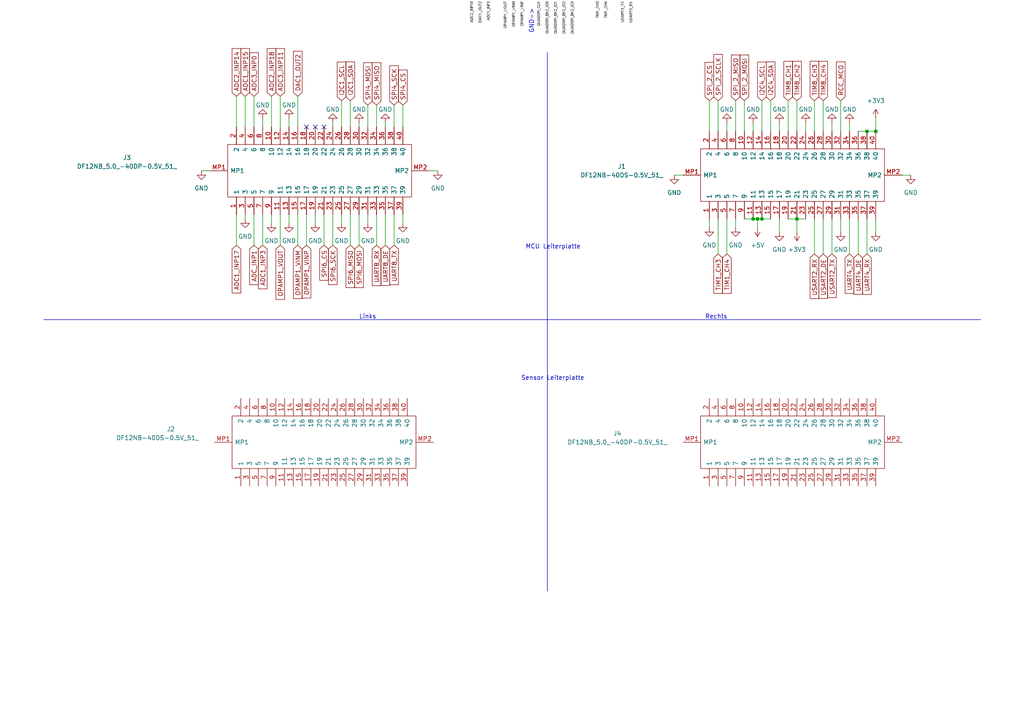
<source format=kicad_sch>
(kicad_sch (version 20230121) (generator eeschema)
  (paper "A4")
  (lib_symbols
    (symbol "SamacSys_Parts:DF12NB-40DS-0.5V_51_" (pin_names (offset 0.762))
      (property "Reference" "J" (at 59.69 12.7 0))
      (property "Value" "DF12NB-40DS-0.5V_51_" (at 59.69 10.16 0))
      (symbol "DF12NB-40DS-0.5V_51__0_0"
        (pin passive line (at 7.62 -12.7 90) (length 5.08) (name "1") (number "1"))
        (pin passive line (at 17.78 12.7 270) (length 5.08) (name "10") (number "10"))
        (pin passive line (at 20.32 -12.7 90) (length 5.08) (name "11") (number "11"))
        (pin passive line (at 20.32 12.7 270) (length 5.08) (name "12") (number "12"))
        (pin passive line (at 22.86 -12.7 90) (length 5.08) (name "13") (number "13"))
        (pin passive line (at 22.86 12.7 270) (length 5.08) (name "14") (number "14"))
        (pin passive line (at 25.4 -12.7 90) (length 5.08) (name "15") (number "15"))
        (pin passive line (at 25.4 12.7 270) (length 5.08) (name "16") (number "16"))
        (pin passive line (at 27.94 -12.7 90) (length 5.08) (name "17") (number "17"))
        (pin passive line (at 27.94 12.7 270) (length 5.08) (name "18") (number "18"))
        (pin passive line (at 30.48 -12.7 90) (length 5.08) (name "19") (number "19"))
        (pin passive line (at 7.62 12.7 270) (length 5.08) (name "2") (number "2"))
        (pin passive line (at 30.48 12.7 270) (length 5.08) (name "20") (number "20"))
        (pin passive line (at 33.02 -12.7 90) (length 5.08) (name "21") (number "21"))
        (pin passive line (at 33.02 12.7 270) (length 5.08) (name "22") (number "22"))
        (pin passive line (at 35.56 -12.7 90) (length 5.08) (name "23") (number "23"))
        (pin passive line (at 35.56 12.7 270) (length 5.08) (name "24") (number "24"))
        (pin passive line (at 38.1 -12.7 90) (length 5.08) (name "25") (number "25"))
        (pin passive line (at 38.1 12.7 270) (length 5.08) (name "26") (number "26"))
        (pin passive line (at 40.64 -12.7 90) (length 5.08) (name "27") (number "27"))
        (pin passive line (at 40.64 12.7 270) (length 5.08) (name "28") (number "28"))
        (pin passive line (at 43.18 -12.7 90) (length 5.08) (name "29") (number "29"))
        (pin passive line (at 10.16 -12.7 90) (length 5.08) (name "3") (number "3"))
        (pin passive line (at 43.18 12.7 270) (length 5.08) (name "30") (number "30"))
        (pin passive line (at 45.72 -12.7 90) (length 5.08) (name "31") (number "31"))
        (pin passive line (at 45.72 12.7 270) (length 5.08) (name "32") (number "32"))
        (pin passive line (at 48.26 -12.7 90) (length 5.08) (name "33") (number "33"))
        (pin passive line (at 48.26 12.7 270) (length 5.08) (name "34") (number "34"))
        (pin passive line (at 50.8 -12.7 90) (length 5.08) (name "35") (number "35"))
        (pin passive line (at 50.8 12.7 270) (length 5.08) (name "36") (number "36"))
        (pin passive line (at 53.34 -12.7 90) (length 5.08) (name "37") (number "37"))
        (pin passive line (at 53.34 12.7 270) (length 5.08) (name "38") (number "38"))
        (pin passive line (at 55.88 -12.7 90) (length 5.08) (name "39") (number "39"))
        (pin passive line (at 10.16 12.7 270) (length 5.08) (name "4") (number "4"))
        (pin passive line (at 55.88 12.7 270) (length 5.08) (name "40") (number "40"))
        (pin passive line (at 12.7 -12.7 90) (length 5.08) (name "5") (number "5"))
        (pin passive line (at 12.7 12.7 270) (length 5.08) (name "6") (number "6"))
        (pin passive line (at 15.24 -12.7 90) (length 5.08) (name "7") (number "7"))
        (pin passive line (at 15.24 12.7 270) (length 5.08) (name "8") (number "8"))
        (pin passive line (at 17.78 -12.7 90) (length 5.08) (name "9") (number "9"))
        (pin passive line (at 0 0 0) (length 5.08) (name "MP1") (number "MP1"))
        (pin passive line (at 63.5 0 180) (length 5.08) (name "MP2") (number "MP2"))
      )
      (symbol "DF12NB-40DS-0.5V_51__0_1"
        (polyline (pts (xy 5.08 7.62) (xy 58.42 7.62) (xy 58.42 -7.62) (xy 5.08 -7.62) (xy 5.08 7.62)) (stroke (width 0.1524)))
      )
    )
    (symbol "SamacSys_Parts:DF12NB_5.0_-40DP-0.5V_51_" (pin_names (offset 0.762))
      (property "Reference" "J" (at 59.69 12.7 0))
      (property "Value" "DF12NB_5.0_-40DP-0.5V_51_" (at 59.69 10.16 0))
      (symbol "DF12NB_5.0_-40DP-0.5V_51__0_0"
        (pin passive line (at 7.62 -12.7 90) (length 5.08) (name "1") (number "1"))
        (pin passive line (at 17.78 12.7 270) (length 5.08) (name "10") (number "10"))
        (pin passive line (at 20.32 -12.7 90) (length 5.08) (name "11") (number "11"))
        (pin passive line (at 20.32 12.7 270) (length 5.08) (name "12") (number "12"))
        (pin passive line (at 22.86 -12.7 90) (length 5.08) (name "13") (number "13"))
        (pin passive line (at 22.86 12.7 270) (length 5.08) (name "14") (number "14"))
        (pin passive line (at 25.4 -12.7 90) (length 5.08) (name "15") (number "15"))
        (pin passive line (at 25.4 12.7 270) (length 5.08) (name "16") (number "16"))
        (pin passive line (at 27.94 -12.7 90) (length 5.08) (name "17") (number "17"))
        (pin passive line (at 27.94 12.7 270) (length 5.08) (name "18") (number "18"))
        (pin passive line (at 30.48 -12.7 90) (length 5.08) (name "19") (number "19"))
        (pin passive line (at 7.62 12.7 270) (length 5.08) (name "2") (number "2"))
        (pin passive line (at 30.48 12.7 270) (length 5.08) (name "20") (number "20"))
        (pin passive line (at 33.02 -12.7 90) (length 5.08) (name "21") (number "21"))
        (pin passive line (at 33.02 12.7 270) (length 5.08) (name "22") (number "22"))
        (pin passive line (at 35.56 -12.7 90) (length 5.08) (name "23") (number "23"))
        (pin passive line (at 35.56 12.7 270) (length 5.08) (name "24") (number "24"))
        (pin passive line (at 38.1 -12.7 90) (length 5.08) (name "25") (number "25"))
        (pin passive line (at 38.1 12.7 270) (length 5.08) (name "26") (number "26"))
        (pin passive line (at 40.64 -12.7 90) (length 5.08) (name "27") (number "27"))
        (pin passive line (at 40.64 12.7 270) (length 5.08) (name "28") (number "28"))
        (pin passive line (at 43.18 -12.7 90) (length 5.08) (name "29") (number "29"))
        (pin passive line (at 10.16 -12.7 90) (length 5.08) (name "3") (number "3"))
        (pin passive line (at 43.18 12.7 270) (length 5.08) (name "30") (number "30"))
        (pin passive line (at 45.72 -12.7 90) (length 5.08) (name "31") (number "31"))
        (pin passive line (at 45.72 12.7 270) (length 5.08) (name "32") (number "32"))
        (pin passive line (at 48.26 -12.7 90) (length 5.08) (name "33") (number "33"))
        (pin passive line (at 48.26 12.7 270) (length 5.08) (name "34") (number "34"))
        (pin passive line (at 50.8 -12.7 90) (length 5.08) (name "35") (number "35"))
        (pin passive line (at 50.8 12.7 270) (length 5.08) (name "36") (number "36"))
        (pin passive line (at 53.34 -12.7 90) (length 5.08) (name "37") (number "37"))
        (pin passive line (at 53.34 12.7 270) (length 5.08) (name "38") (number "38"))
        (pin passive line (at 55.88 -12.7 90) (length 5.08) (name "39") (number "39"))
        (pin passive line (at 10.16 12.7 270) (length 5.08) (name "4") (number "4"))
        (pin passive line (at 55.88 12.7 270) (length 5.08) (name "40") (number "40"))
        (pin passive line (at 12.7 -12.7 90) (length 5.08) (name "5") (number "5"))
        (pin passive line (at 12.7 12.7 270) (length 5.08) (name "6") (number "6"))
        (pin passive line (at 15.24 -12.7 90) (length 5.08) (name "7") (number "7"))
        (pin passive line (at 15.24 12.7 270) (length 5.08) (name "8") (number "8"))
        (pin passive line (at 17.78 -12.7 90) (length 5.08) (name "9") (number "9"))
        (pin passive line (at 0 0 0) (length 5.08) (name "MP1") (number "MP1"))
        (pin passive line (at 63.5 0 180) (length 5.08) (name "MP2") (number "MP2"))
      )
      (symbol "DF12NB_5.0_-40DP-0.5V_51__0_1"
        (polyline (pts (xy 5.08 7.62) (xy 58.42 7.62) (xy 58.42 -7.62) (xy 5.08 -7.62) (xy 5.08 7.62)) (stroke (width 0.1524)))
      )
    )
    (symbol "power:+3.3V" (power) (pin_names (offset 0))
      (property "Value" "+3.3V" (at 0 3.556 0))
      (symbol "+3.3V_0_1"
        (polyline (pts (xy -0.762 1.27) (xy 0 2.54)))
        (polyline (pts (xy 0 0) (xy 0 2.54)))
        (polyline (pts (xy 0 2.54) (xy 0.762 1.27)))
      )
      (symbol "+3.3V_1_1"
        (pin power_in line (at 0 0 90) (length 0) hide (name "+3V3") (number "1"))
      )
    )
    (symbol "power:+5V" (power) (pin_names (offset 0))
      (property "Value" "+5V" (at 0 3.556 0))
      (symbol "+5V_0_1"
        (polyline (pts (xy -0.762 1.27) (xy 0 2.54)))
        (polyline (pts (xy 0 0) (xy 0 2.54)))
        (polyline (pts (xy 0 2.54) (xy 0.762 1.27)))
      )
      (symbol "+5V_1_1"
        (pin power_in line (at 0 0 90) (length 0) hide (name "+5V") (number "1"))
      )
    )
    (symbol "power:GND" (power) (pin_names (offset 0))
      (property "Value" "GND" (at 0 -3.81 0))
      (symbol "GND_0_1"
        (polyline (pts (xy 0 0) (xy 0 -1.27) (xy 1.27 -1.27) (xy 0 -2.54) (xy -1.27 -1.27) (xy 0 -1.27)))
      )
      (symbol "GND_1_1"
        (pin power_in line (at 0 0 270) (length 0) hide (name "GND") (number "1"))
      )
    )
  )
  (junction (at 254 38.1))
  (junction (at 219.71 63.5))
  (junction (at 231.14 63.5))
  (junction (at 218.44 63.5))
  (junction (at 251.46 38.1))
  (junction (at 220.98 63.5))
  (no_connect (at 91.44 36.83))
  (no_connect (at 88.9 36.83))
  (no_connect (at 93.98 36.83))
  (wire (pts (xy 76.2 71.12) (xy 76.2 62.23)))
  (wire (pts (xy 99.06 64.77) (xy 99.06 62.23)))
  (wire (pts (xy 205.74 63.5) (xy 205.74 66.04)))
  (wire (pts (xy 213.36 63.5) (xy 213.36 66.04)))
  (wire (pts (xy 210.82 73.66) (xy 210.82 63.5)))
  (wire (pts (xy 73.66 27.94) (xy 73.66 36.83)))
  (wire (pts (xy 248.92 38.1) (xy 251.46 38.1)))
  (wire (pts (xy 68.58 27.94) (xy 68.58 36.83)))
  (wire (pts (xy 251.46 38.1) (xy 254 38.1)))
  (wire (pts (xy 205.74 29.21) (xy 205.74 38.1)))
  (wire (pts (xy 81.28 27.94) (xy 81.28 36.83)))
  (wire (pts (xy 254 34.29) (xy 254 38.1)))
  (wire (pts (xy 246.38 35.56) (xy 246.38 38.1)))
  (wire (pts (xy 68.58 62.23) (xy 68.58 71.12)))
  (wire (pts (xy 213.36 29.21) (xy 213.36 38.1)))
  (wire (pts (xy 210.82 35.56) (xy 210.82 38.1)))
  (wire (pts (xy 111.76 71.12) (xy 111.76 62.23)))
  (wire (pts (xy 109.22 71.12) (xy 109.22 62.23)))
  (wire (pts (xy 116.84 64.77) (xy 116.84 62.23)))
  (wire (pts (xy 106.68 30.48) (xy 106.68 36.83)))
  (wire (pts (xy 220.98 29.21) (xy 220.98 38.1)))
  (wire (pts (xy 96.52 71.12) (xy 96.52 62.23)))
  (polyline (pts (xy 12.7 92.71) (xy 284.48 92.71)))
  (wire (pts (xy 114.3 71.12) (xy 114.3 62.23)))
  (wire (pts (xy 83.82 64.77) (xy 83.82 62.23)))
  (wire (pts (xy 236.22 63.5) (xy 236.22 73.66)))
  (wire (pts (xy 220.98 63.5) (xy 223.52 63.5)))
  (wire (pts (xy 261.62 50.8) (xy 264.16 50.8)))
  (wire (pts (xy 243.84 29.21) (xy 243.84 38.1)))
  (wire (pts (xy 195.58 50.8) (xy 198.12 50.8)))
  (wire (pts (xy 91.44 64.77) (xy 91.44 62.23)))
  (wire (pts (xy 218.44 35.56) (xy 218.44 38.1)))
  (wire (pts (xy 254 63.5) (xy 254 67.31)))
  (wire (pts (xy 71.12 62.23) (xy 71.12 63.5)))
  (wire (pts (xy 246.38 73.66) (xy 246.38 63.5)))
  (wire (pts (xy 104.14 35.56) (xy 104.14 36.83)))
  (wire (pts (xy 86.36 27.94) (xy 86.36 36.83)))
  (wire (pts (xy 215.9 29.21) (xy 215.9 38.1)))
  (wire (pts (xy 228.6 63.5) (xy 231.14 63.5)))
  (wire (pts (xy 76.2 34.29) (xy 76.2 36.83)))
  (wire (pts (xy 114.3 30.48) (xy 114.3 36.83)))
  (wire (pts (xy 231.14 63.5) (xy 231.14 67.31)))
  (wire (pts (xy 101.6 71.12) (xy 101.6 62.23)))
  (wire (pts (xy 73.66 62.23) (xy 73.66 71.12)))
  (wire (pts (xy 208.28 29.21) (xy 208.28 38.1)))
  (wire (pts (xy 218.44 63.5) (xy 219.71 63.5)))
  (wire (pts (xy 241.3 63.5) (xy 241.3 73.66)))
  (wire (pts (xy 215.9 63.5) (xy 218.44 63.5)))
  (wire (pts (xy 226.06 63.5) (xy 226.06 67.31)))
  (wire (pts (xy 86.36 71.12) (xy 86.36 62.23)))
  (polyline (pts (xy 158.75 15.24) (xy 158.75 171.45)))
  (wire (pts (xy 241.3 35.56) (xy 241.3 38.1)))
  (wire (pts (xy 236.22 29.21) (xy 236.22 38.1)))
  (wire (pts (xy 83.82 34.29) (xy 83.82 36.83)))
  (wire (pts (xy 99.06 29.21) (xy 99.06 36.83)))
  (wire (pts (xy 238.76 29.21) (xy 238.76 38.1)))
  (wire (pts (xy 106.68 64.77) (xy 106.68 62.23)))
  (wire (pts (xy 101.6 29.21) (xy 101.6 36.83)))
  (wire (pts (xy 104.14 71.12) (xy 104.14 62.23)))
  (wire (pts (xy 78.74 64.77) (xy 78.74 62.23)))
  (wire (pts (xy 71.12 27.94) (xy 71.12 36.83)))
  (wire (pts (xy 88.9 62.23) (xy 88.9 71.12)))
  (wire (pts (xy 248.92 73.66) (xy 248.92 63.5)))
  (wire (pts (xy 231.14 29.21) (xy 231.14 38.1)))
  (wire (pts (xy 93.98 71.12) (xy 93.98 62.23)))
  (wire (pts (xy 223.52 29.21) (xy 223.52 38.1)))
  (wire (pts (xy 228.6 29.21) (xy 228.6 38.1)))
  (wire (pts (xy 78.74 27.94) (xy 78.74 36.83)))
  (wire (pts (xy 238.76 73.66) (xy 238.76 63.5)))
  (wire (pts (xy 233.68 35.56) (xy 233.68 38.1)))
  (wire (pts (xy 124.46 49.53) (xy 127 49.53)))
  (wire (pts (xy 109.22 30.48) (xy 109.22 36.83)))
  (wire (pts (xy 231.14 63.5) (xy 233.68 63.5)))
  (wire (pts (xy 96.52 35.56) (xy 96.52 36.83)))
  (wire (pts (xy 111.76 35.56) (xy 111.76 36.83)))
  (wire (pts (xy 81.28 62.23) (xy 81.28 71.12)))
  (wire (pts (xy 251.46 73.66) (xy 251.46 63.5)))
  (wire (pts (xy 243.84 63.5) (xy 243.84 67.31)))
  (wire (pts (xy 58.42 49.53) (xy 60.96 49.53)))
  (wire (pts (xy 226.06 35.56) (xy 226.06 38.1)))
  (wire (pts (xy 208.28 73.66) (xy 208.28 63.5)))
  (wire (pts (xy 219.71 63.5) (xy 219.71 66.04)))
  (wire (pts (xy 219.71 63.5) (xy 220.98 63.5)))
  (wire (pts (xy 116.84 30.48) (xy 116.84 36.83)))
  (image (at 161.29 -36.83) (scale 1.19611))
  (text "Links" (at 104.14 92.71 0) (effects (font (size 1.27 1.27)) (justify left bottom)))
  (text "Rechts" (at 204.47 92.71 0) (effects (font (size 1.27 1.27)) (justify left bottom)))
  (text "GND->" (at 119.38 -29.21 0) (effects (font (size 1.27 1.27)) (justify left bottom)))
  (text "Sensor Leiterplatte" (at 151.13 110.49 0) (effects (font (size 1.27 1.27)) (justify left bottom)))
  (text "MCU Leiterplatte" (at 152.4 72.39 0) (effects (font (size 1.27 1.27)) (justify left bottom)))
  (text "GND->" (at 154.94 2.54 90) (effects (font (size 1.27 1.27)) (justify right bottom)))
  (global_label "SPI6_MISO" (shape input) (at 101.6 71.12 270) (property "Intersheetrefs" "${INTERSHEET_REFS}" (effects hide)))
  (global_label "TIM8_CH3" (shape input) (at 236.22 29.21 90) (property "Intersheetrefs" "${INTERSHEET_REFS}" (effects hide)))
  (global_label "UART8_DE" (shape input) (at 111.76 71.12 270) (property "Intersheetrefs" "${INTERSHEET_REFS}" (effects hide)))
  (global_label "SPI_2_MISO" (shape input) (at 213.36 29.21 90) (property "Intersheetrefs" "${INTERSHEET_REFS}" (effects hide)))
  (global_label "OPAMP1_VINP" (shape input) (at 88.9 71.12 270) (property "Intersheetrefs" "${INTERSHEET_REFS}" (effects hide)))
  (global_label "USART2_RX" (shape input) (at 236.22 73.66 270) (property "Intersheetrefs" "${INTERSHEET_REFS}" (effects hide)))
  (global_label "DAC1_OUT2" (shape input) (at 86.36 27.94 90) (property "Intersheetrefs" "${INTERSHEET_REFS}" (effects hide)))
  (global_label "SPI6_SCK" (shape input) (at 96.52 71.12 270) (property "Intersheetrefs" "${INTERSHEET_REFS}" (effects hide)))
  (global_label "I2C4_SCL" (shape input) (at 220.98 29.21 90) (property "Intersheetrefs" "${INTERSHEET_REFS}" (effects hide)))
  (global_label "RCC_MCO" (shape input) (at 243.84 29.21 90) (property "Intersheetrefs" "${INTERSHEET_REFS}" (effects hide)))
  (global_label "UART8_TX" (shape input) (at 114.3 71.12 270) (property "Intersheetrefs" "${INTERSHEET_REFS}" (effects hide)))
  (global_label "SPI_2_MOSI" (shape input) (at 215.9 29.21 90) (property "Intersheetrefs" "${INTERSHEET_REFS}" (effects hide)))
  (global_label "UART4_DE" (shape input) (at 248.92 73.66 270) (property "Intersheetrefs" "${INTERSHEET_REFS}" (effects hide)))
  (global_label "SPI4_CS" (shape input) (at 116.84 30.48 90) (property "Intersheetrefs" "${INTERSHEET_REFS}" (effects hide)))
  (global_label "SPI4_SCK" (shape input) (at 114.3 30.48 90) (property "Intersheetrefs" "${INTERSHEET_REFS}" (effects hide)))
  (global_label "UART4_RX" (shape input) (at 251.46 73.66 270) (property "Intersheetrefs" "${INTERSHEET_REFS}" (effects hide)))
  (global_label "SPI6_CS" (shape input) (at 93.98 71.12 270) (property "Intersheetrefs" "${INTERSHEET_REFS}" (effects hide)))
  (global_label "ADC_INP1" (shape input) (at 73.66 71.12 270) (property "Intersheetrefs" "${INTERSHEET_REFS}" (effects hide)))
  (global_label "SPI4_MOSI" (shape input) (at 106.68 30.48 90) (property "Intersheetrefs" "${INTERSHEET_REFS}" (effects hide)))
  (global_label "ADC3_INP11" (shape input) (at 81.28 27.94 90) (property "Intersheetrefs" "${INTERSHEET_REFS}" (effects hide)))
  (global_label "UART4_TX" (shape input) (at 246.38 73.66 270) (property "Intersheetrefs" "${INTERSHEET_REFS}" (effects hide)))
  (global_label "ADC1_INP3" (shape input) (at 76.2 71.12 270) (property "Intersheetrefs" "${INTERSHEET_REFS}" (effects hide)))
  (global_label "USART2_DE" (shape input) (at 238.76 73.66 270) (property "Intersheetrefs" "${INTERSHEET_REFS}" (effects hide)))
  (global_label "ADC3_INP0" (shape input) (at 73.66 27.94 90) (property "Intersheetrefs" "${INTERSHEET_REFS}" (effects hide)))
  (global_label "SPI4_MISO" (shape input) (at 109.22 30.48 90) (property "Intersheetrefs" "${INTERSHEET_REFS}" (effects hide)))
  (global_label "ADC2_INP18" (shape input) (at 78.74 27.94 90) (property "Intersheetrefs" "${INTERSHEET_REFS}" (effects hide)))
  (global_label "ADC1_INP17" (shape input) (at 68.58 71.12 270) (property "Intersheetrefs" "${INTERSHEET_REFS}" (effects hide)))
  (global_label "USART2_TX" (shape input) (at 241.3 73.66 270) (property "Intersheetrefs" "${INTERSHEET_REFS}" (effects hide)))
  (global_label "ADC2_INP14" (shape input) (at 68.58 27.94 90) (property "Intersheetrefs" "${INTERSHEET_REFS}" (effects hide)))
  (global_label "TIM1_CH3" (shape input) (at 208.28 73.66 270) (property "Intersheetrefs" "${INTERSHEET_REFS}" (effects hide)))
  (global_label "SPI6_MOSI" (shape input) (at 104.14 71.12 270) (property "Intersheetrefs" "${INTERSHEET_REFS}" (effects hide)))
  (global_label "SPI_2_CS" (shape input) (at 205.74 29.21 90) (property "Intersheetrefs" "${INTERSHEET_REFS}" (effects hide)))
  (global_label "TIM8_CH4" (shape input) (at 238.76 29.21 90) (property "Intersheetrefs" "${INTERSHEET_REFS}" (effects hide)))
  (global_label "ADC1_INP15" (shape input) (at 71.12 27.94 90) (property "Intersheetrefs" "${INTERSHEET_REFS}" (effects hide)))
  (global_label "UART8_RX" (shape input) (at 109.22 71.12 270) (property "Intersheetrefs" "${INTERSHEET_REFS}" (effects hide)))
  (global_label "OPAMP1_VINM" (shape input) (at 86.36 71.12 270) (property "Intersheetrefs" "${INTERSHEET_REFS}" (effects hide)))
  (global_label "I2C1_SDA" (shape input) (at 101.6 29.21 90) (property "Intersheetrefs" "${INTERSHEET_REFS}" (effects hide)))
  (global_label "SPI_2_SCLK" (shape input) (at 208.28 29.21 90) (property "Intersheetrefs" "${INTERSHEET_REFS}" (effects hide)))
  (global_label "TIM1_CH4" (shape input) (at 210.82 73.66 270) (property "Intersheetrefs" "${INTERSHEET_REFS}" (effects hide)))
  (global_label "OPAMP1_VOUT" (shape input) (at 81.28 71.12 270) (property "Intersheetrefs" "${INTERSHEET_REFS}" (effects hide)))
  (global_label "TIM8_CH2" (shape input) (at 231.14 29.21 90) (property "Intersheetrefs" "${INTERSHEET_REFS}" (effects hide)))
  (global_label "I2C1_SCL" (shape input) (at 99.06 29.21 90) (property "Intersheetrefs" "${INTERSHEET_REFS}" (effects hide)))
  (global_label "I2C4_SDA" (shape input) (at 223.52 29.21 90) (property "Intersheetrefs" "${INTERSHEET_REFS}" (effects hide)))
  (global_label "TIM8_CH1" (shape input) (at 228.6 29.21 90) (property "Intersheetrefs" "${INTERSHEET_REFS}" (effects hide)))
  (symbol (lib_id "power:GND") (at 96.52 35.56 180) (unit 1)
    (property "Reference" "#PWR028" (effects hide))
    (property "Value" "GND" (at 96.52 31.75 0))
    (instances (project "USB_CAN" (path "" (reference "#PWR028") (unit 1))) (project "AHRS" (path "" (reference "#PWR045") (unit 1)) (path "" (reference "#PWR094") (unit 1))) (project "UNI_Projekt" (path "" (reference "#PWR057") (unit 1))) (project "Sensoren_Kommunikation" (path "" (reference "#PWR060") (unit 1))) (project "MCU Geregelter Tiefsetzsteller" (path "" (reference "#PWR087") (unit 1))) (project "MCU_Board_V2" (path "" (reference "#PWR050") (unit 1))) (project "Connector" (path "" (reference "#PWR060") (unit 1))) (project "Servo_Steuerung" (path "" (reference "#PWR060") (unit 1)) (path "" (reference "#PWR03") (unit 1)) (path "" (reference "#PWR031") (unit 1))) (project "Orientation_Sensor" (path "" (reference "#PWR028") (unit 1)) (path "" (reference "#PWR028") (unit 1))))
  )
  (symbol (lib_id "power:GND") (at 246.38 35.56 180) (unit 1)
    (property "Reference" "#PWR028" (effects hide))
    (property "Value" "GND" (at 246.38 31.75 0))
    (instances (project "USB_CAN" (path "" (reference "#PWR028") (unit 1))) (project "AHRS" (path "" (reference "#PWR045") (unit 1)) (path "" (reference "#PWR071") (unit 1))) (project "UNI_Projekt" (path "" (reference "#PWR057") (unit 1))) (project "Sensoren_Kommunikation" (path "" (reference "#PWR060") (unit 1))) (project "MCU Geregelter Tiefsetzsteller" (path "" (reference "#PWR087") (unit 1))) (project "MCU_Board_V2" (path "" (reference "#PWR062") (unit 1))) (project "Connector" (path "" (reference "#PWR060") (unit 1))) (project "Servo_Steuerung" (path "" (reference "#PWR060") (unit 1)) (path "" (reference "#PWR03") (unit 1)) (path "" (reference "#PWR031") (unit 1))) (project "Orientation_Sensor" (path "" (reference "#PWR028") (unit 1)) (path "" (reference "#PWR028") (unit 1))))
  )
  (symbol (lib_id "power:GND") (at 195.58 50.8 0) (unit 1)
    (property "Reference" "#PWR028" (effects hide))
    (property "Value" "GND" (at 195.58 55.88 0))
    (instances (project "USB_CAN" (path "" (reference "#PWR028") (unit 1))) (project "AHRS" (path "" (reference "#PWR045") (unit 1)) (path "" (reference "#PWR071") (unit 1))) (project "UNI_Projekt" (path "" (reference "#PWR057") (unit 1))) (project "Sensoren_Kommunikation" (path "" (reference "#PWR060") (unit 1))) (project "MCU Geregelter Tiefsetzsteller" (path "" (reference "#PWR087") (unit 1))) (project "MCU_Board_V2" (path "" (reference "#PWR074") (unit 1))) (project "Connector" (path "" (reference "#PWR060") (unit 1))) (project "Servo_Steuerung" (path "" (reference "#PWR060") (unit 1)) (path "" (reference "#PWR03") (unit 1)) (path "" (reference "#PWR031") (unit 1))) (project "Orientation_Sensor" (path "" (reference "#PWR028") (unit 1)) (path "" (reference "#PWR028") (unit 1))))
  )
  (symbol (lib_id "power:GND") (at 210.82 35.56 180) (unit 1)
    (property "Reference" "#PWR028" (effects hide))
    (property "Value" "GND" (at 210.82 31.75 0))
    (instances (project "USB_CAN" (path "" (reference "#PWR028") (unit 1))) (project "AHRS" (path "" (reference "#PWR045") (unit 1)) (path "" (reference "#PWR071") (unit 1))) (project "UNI_Projekt" (path "" (reference "#PWR057") (unit 1))) (project "Sensoren_Kommunikation" (path "" (reference "#PWR060") (unit 1))) (project "MCU Geregelter Tiefsetzsteller" (path "" (reference "#PWR087") (unit 1))) (project "MCU_Board_V2" (path "" (reference "#PWR056") (unit 1))) (project "Connector" (path "" (reference "#PWR060") (unit 1))) (project "Servo_Steuerung" (path "" (reference "#PWR060") (unit 1)) (path "" (reference "#PWR03") (unit 1)) (path "" (reference "#PWR031") (unit 1))) (project "Orientation_Sensor" (path "" (reference "#PWR028") (unit 1)) (path "" (reference "#PWR028") (unit 1))))
  )
  (symbol (lib_id "power:GND") (at 254 67.31 0) (unit 1)
    (property "Reference" "#PWR028" (effects hide))
    (property "Value" "GND" (at 254 72.39 0))
    (instances (project "USB_CAN" (path "" (reference "#PWR028") (unit 1))) (project "AHRS" (path "" (reference "#PWR045") (unit 1)) (path "" (reference "#PWR071") (unit 1))) (project "UNI_Projekt" (path "" (reference "#PWR057") (unit 1))) (project "Sensoren_Kommunikation" (path "" (reference "#PWR060") (unit 1))) (project "MCU Geregelter Tiefsetzsteller" (path "" (reference "#PWR087") (unit 1))) (project "MCU_Board_V2" (path "" (reference "#PWR066") (unit 1))) (project "Connector" (path "" (reference "#PWR060") (unit 1))) (project "Servo_Steuerung" (path "" (reference "#PWR060") (unit 1)) (path "" (reference "#PWR03") (unit 1)) (path "" (reference "#PWR031") (unit 1))) (project "Orientation_Sensor" (path "" (reference "#PWR028") (unit 1)) (path "" (reference "#PWR028") (unit 1))))
  )
  (symbol (lib_id "power:GND") (at 233.68 35.56 180) (unit 1)
    (property "Reference" "#PWR028" (effects hide))
    (property "Value" "GND" (at 233.68 31.75 0))
    (instances (project "USB_CAN" (path "" (reference "#PWR028") (unit 1))) (project "AHRS" (path "" (reference "#PWR045") (unit 1)) (path "" (reference "#PWR071") (unit 1))) (project "UNI_Projekt" (path "" (reference "#PWR057") (unit 1))) (project "Sensoren_Kommunikation" (path "" (reference "#PWR060") (unit 1))) (project "MCU Geregelter Tiefsetzsteller" (path "" (reference "#PWR087") (unit 1))) (project "MCU_Board_V2" (path "" (reference "#PWR060") (unit 1))) (project "Connector" (path "" (reference "#PWR060") (unit 1))) (project "Servo_Steuerung" (path "" (reference "#PWR060") (unit 1)) (path "" (reference "#PWR03") (unit 1)) (path "" (reference "#PWR031") (unit 1))) (project "Orientation_Sensor" (path "" (reference "#PWR028") (unit 1)) (path "" (reference "#PWR028") (unit 1))))
  )
  (symbol (lib_id "SamacSys_Parts:DF12NB_5.0_-40DP-0.5V_51_") (at 60.96 49.53 0) (unit 1)
    (property "Reference" "J3" (at 36.83 45.72 0))
    (property "Value" "DF12NB_5.0_-40DP-0.5V_51_" (at 36.83 48.26 0))
    (property "Footprint" "DF12NB5040DP05V51" (effects hide))
    (property "Datasheet" "https://www.hirose.com/en/product/document?clcode=CL0537-0880-0-51&productname=DF12NB(5.0)-40DP-0.5V(51)&series=DF12N&documenttype=2DDrawing&lang=en&documentid=0001367375" (effects hide))
    (property "Description" "Board to Board & Mezzanine Connectors CONN HDR 40POS SMD G" (effects hide))
    (property "Height" "4.5" (effects hide))
    (property "Mouser Part Number" "798-DF12NB5040DP0551" (effects hide))
    (property "Mouser Price/Stock" "https://www.mouser.co.uk/ProductDetail/Hirose-Connector/DF12NB5.0-40DP-0.5V51?qs=DPoM0jnrROUa8BTLLuECdA%3D%3D" (effects hide))
    (property "Manufacturer_Name" "Hirose" (effects hide))
    (property "Manufacturer_Part_Number" "DF12NB(5.0)-40DP-0.5V(51)" (effects hide))
    (instances (project "AHRS" (path "" (reference "J3") (unit 1))) (project "MCU_Board_V2" (path "" (reference "J2") (unit 1))))
  )
  (symbol (lib_id "power:GND") (at 111.76 35.56 180) (unit 1)
    (property "Reference" "#PWR028" (effects hide))
    (property "Value" "GND" (at 111.76 31.75 0))
    (instances (project "USB_CAN" (path "" (reference "#PWR028") (unit 1))) (project "AHRS" (path "" (reference "#PWR045") (unit 1)) (path "" (reference "#PWR094") (unit 1))) (project "UNI_Projekt" (path "" (reference "#PWR057") (unit 1))) (project "Sensoren_Kommunikation" (path "" (reference "#PWR060") (unit 1))) (project "MCU Geregelter Tiefsetzsteller" (path "" (reference "#PWR087") (unit 1))) (project "MCU_Board_V2" (path "" (reference "#PWR052") (unit 1))) (project "Connector" (path "" (reference "#PWR060") (unit 1))) (project "Servo_Steuerung" (path "" (reference "#PWR060") (unit 1)) (path "" (reference "#PWR03") (unit 1)) (path "" (reference "#PWR031") (unit 1))) (project "Orientation_Sensor" (path "" (reference "#PWR028") (unit 1)) (path "" (reference "#PWR028") (unit 1))))
  )
  (symbol (lib_id "power:GND") (at 127 49.53 0) (unit 1)
    (property "Reference" "#PWR028" (effects hide))
    (property "Value" "GND" (at 127 54.61 0))
    (instances (project "USB_CAN" (path "" (reference "#PWR028") (unit 1))) (project "AHRS" (path "" (reference "#PWR045") (unit 1)) (path "" (reference "#PWR093") (unit 1))) (project "UNI_Projekt" (path "" (reference "#PWR057") (unit 1))) (project "Sensoren_Kommunikation" (path "" (reference "#PWR060") (unit 1))) (project "MCU Geregelter Tiefsetzsteller" (path "" (reference "#PWR087") (unit 1))) (project "MCU_Board_V2" (path "" (reference "#PWR072") (unit 1))) (project "Connector" (path "" (reference "#PWR060") (unit 1))) (project "Servo_Steuerung" (path "" (reference "#PWR060") (unit 1)) (path "" (reference "#PWR03") (unit 1)) (path "" (reference "#PWR031") (unit 1))) (project "Orientation_Sensor" (path "" (reference "#PWR028") (unit 1)) (path "" (reference "#PWR028") (unit 1))))
  )
  (symbol (lib_id "power:+5V") (at 219.71 66.04 180) (unit 1)
    (property "Reference" "#PWR033" (effects hide))
    (property "Value" "+5V" (at 219.71 71.12 0))
  )
  (symbol (lib_id "power:GND") (at 213.36 66.04 0) (unit 1)
    (property "Reference" "#PWR028" (effects hide))
    (property "Value" "GND" (at 213.36 71.12 0))
    (instances (project "USB_CAN" (path "" (reference "#PWR028") (unit 1))) (project "AHRS" (path "" (reference "#PWR045") (unit 1)) (path "" (reference "#PWR071") (unit 1))) (project "UNI_Projekt" (path "" (reference "#PWR057") (unit 1))) (project "Sensoren_Kommunikation" (path "" (reference "#PWR060") (unit 1))) (project "MCU Geregelter Tiefsetzsteller" (path "" (reference "#PWR087") (unit 1))) (project "MCU_Board_V2" (path "" (reference "#PWR065") (unit 1))) (project "Connector" (path "" (reference "#PWR060") (unit 1))) (project "Servo_Steuerung" (path "" (reference "#PWR060") (unit 1)) (path "" (reference "#PWR03") (unit 1)) (path "" (reference "#PWR031") (unit 1))) (project "Orientation_Sensor" (path "" (reference "#PWR028") (unit 1)) (path "" (reference "#PWR028") (unit 1))))
  )
  (symbol (lib_id "power:GND") (at 78.74 64.77 0) (unit 1)
    (property "Reference" "#PWR028" (effects hide))
    (property "Value" "GND" (at 78.74 69.85 0))
    (instances (project "USB_CAN" (path "" (reference "#PWR028") (unit 1))) (project "AHRS" (path "" (reference "#PWR045") (unit 1)) (path "" (reference "#PWR094") (unit 1))) (project "UNI_Projekt" (path "" (reference "#PWR057") (unit 1))) (project "Sensoren_Kommunikation" (path "" (reference "#PWR060") (unit 1))) (project "MCU Geregelter Tiefsetzsteller" (path "" (reference "#PWR087") (unit 1))) (project "MCU_Board_V2" (path "" (reference "#PWR053") (unit 1))) (project "Connector" (path "" (reference "#PWR060") (unit 1))) (project "Servo_Steuerung" (path "" (reference "#PWR060") (unit 1)) (path "" (reference "#PWR03") (unit 1)) (path "" (reference "#PWR031") (unit 1))) (project "Orientation_Sensor" (path "" (reference "#PWR028") (unit 1)) (path "" (reference "#PWR028") (unit 1))))
  )
  (symbol (lib_id "power:GND") (at 76.2 34.29 180) (unit 1)
    (property "Reference" "#PWR028" (effects hide))
    (property "Value" "GND" (at 76.2 30.48 0))
    (instances (project "USB_CAN" (path "" (reference "#PWR028") (unit 1))) (project "AHRS" (path "" (reference "#PWR045") (unit 1)) (path "" (reference "#PWR094") (unit 1))) (project "UNI_Projekt" (path "" (reference "#PWR057") (unit 1))) (project "Sensoren_Kommunikation" (path "" (reference "#PWR060") (unit 1))) (project "MCU Geregelter Tiefsetzsteller" (path "" (reference "#PWR087") (unit 1))) (project "MCU_Board_V2" (path "" (reference "#PWR036") (unit 1))) (project "Connector" (path "" (reference "#PWR060") (unit 1))) (project "Servo_Steuerung" (path "" (reference "#PWR060") (unit 1)) (path "" (reference "#PWR03") (unit 1)) (path "" (reference "#PWR031") (unit 1))) (project "Orientation_Sensor" (path "" (reference "#PWR028") (unit 1)) (path "" (reference "#PWR028") (unit 1))))
  )
  (symbol (lib_id "power:GND") (at 116.84 64.77 0) (unit 1)
    (property "Reference" "#PWR028" (effects hide))
    (property "Value" "GND" (at 116.84 69.85 0))
    (instances (project "USB_CAN" (path "" (reference "#PWR028") (unit 1))) (project "AHRS" (path "" (reference "#PWR045") (unit 1)) (path "" (reference "#PWR094") (unit 1))) (project "UNI_Projekt" (path "" (reference "#PWR057") (unit 1))) (project "Sensoren_Kommunikation" (path "" (reference "#PWR060") (unit 1))) (project "MCU Geregelter Tiefsetzsteller" (path "" (reference "#PWR087") (unit 1))) (project "MCU_Board_V2" (path "" (reference "#PWR041") (unit 1))) (project "Connector" (path "" (reference "#PWR060") (unit 1))) (project "Servo_Steuerung" (path "" (reference "#PWR060") (unit 1)) (path "" (reference "#PWR03") (unit 1)) (path "" (reference "#PWR031") (unit 1))) (project "Orientation_Sensor" (path "" (reference "#PWR028") (unit 1)) (path "" (reference "#PWR028") (unit 1))))
  )
  (symbol (lib_id "power:+3.3V") (at 231.14 67.31 180) (unit 1)
    (property "Reference" "#PWR02" (effects hide))
    (property "Value" "+3.3V" (at 231.14 72.39 0))
    (instances (project "USB_CAN" (path "" (reference "#PWR02") (unit 1))) (project "AHRS" (path "" (reference "#PWR04") (unit 1))) (project "MCU_Board" (path "" (reference "#PWR013") (unit 1)) (path "" (reference "#PWR04") (unit 1))) (project "UNI_Projekt" (path "" (reference "#PWR021") (unit 1))) (project "MCU_Board_V2" (path "" (reference "#PWR09") (unit 1)) (path "" (reference "#PWR034") (unit 1))) (project "MCU" (path "" (reference "#PWR02") (unit 1))) (project "Servo_Steuerung" (path "" (reference "#PWR025") (unit 1)) (path "" (reference "#PWR025") (unit 1))))
  )
  (symbol (lib_id "power:GND") (at 241.3 35.56 180) (unit 1)
    (property "Reference" "#PWR028" (effects hide))
    (property "Value" "GND" (at 241.3 31.75 0))
    (instances (project "USB_CAN" (path "" (reference "#PWR028") (unit 1))) (project "AHRS" (path "" (reference "#PWR045") (unit 1)) (path "" (reference "#PWR071") (unit 1))) (project "UNI_Projekt" (path "" (reference "#PWR057") (unit 1))) (project "Sensoren_Kommunikation" (path "" (reference "#PWR060") (unit 1))) (project "MCU Geregelter Tiefsetzsteller" (path "" (reference "#PWR087") (unit 1))) (project "MCU_Board_V2" (path "" (reference "#PWR059") (unit 1))) (project "Connector" (path "" (reference "#PWR060") (unit 1))) (project "Servo_Steuerung" (path "" (reference "#PWR060") (unit 1)) (path "" (reference "#PWR03") (unit 1)) (path "" (reference "#PWR031") (unit 1))) (project "Orientation_Sensor" (path "" (reference "#PWR028") (unit 1)) (path "" (reference "#PWR028") (unit 1))))
  )
  (symbol (lib_id "power:GND") (at 226.06 67.31 0) (unit 1)
    (property "Reference" "#PWR028" (effects hide))
    (property "Value" "GND" (at 226.06 72.39 0))
    (instances (project "USB_CAN" (path "" (reference "#PWR028") (unit 1))) (project "AHRS" (path "" (reference "#PWR045") (unit 1)) (path "" (reference "#PWR071") (unit 1))) (project "UNI_Projekt" (path "" (reference "#PWR057") (unit 1))) (project "Sensoren_Kommunikation" (path "" (reference "#PWR060") (unit 1))) (project "MCU Geregelter Tiefsetzsteller" (path "" (reference "#PWR087") (unit 1))) (project "MCU_Board_V2" (path "" (reference "#PWR064") (unit 1))) (project "Connector" (path "" (reference "#PWR060") (unit 1))) (project "Servo_Steuerung" (path "" (reference "#PWR060") (unit 1)) (path "" (reference "#PWR03") (unit 1)) (path "" (reference "#PWR031") (unit 1))) (project "Orientation_Sensor" (path "" (reference "#PWR028") (unit 1)) (path "" (reference "#PWR028") (unit 1))))
  )
  (symbol (lib_id "power:GND") (at 218.44 35.56 180) (unit 1)
    (property "Reference" "#PWR028" (effects hide))
    (property "Value" "GND" (at 218.44 31.75 0))
    (instances (project "USB_CAN" (path "" (reference "#PWR028") (unit 1))) (project "AHRS" (path "" (reference "#PWR045") (unit 1)) (path "" (reference "#PWR071") (unit 1))) (project "UNI_Projekt" (path "" (reference "#PWR057") (unit 1))) (project "Sensoren_Kommunikation" (path "" (reference "#PWR060") (unit 1))) (project "MCU Geregelter Tiefsetzsteller" (path "" (reference "#PWR087") (unit 1))) (project "MCU_Board_V2" (path "" (reference "#PWR057") (unit 1))) (project "Connector" (path "" (reference "#PWR060") (unit 1))) (project "Servo_Steuerung" (path "" (reference "#PWR060") (unit 1)) (path "" (reference "#PWR03") (unit 1)) (path "" (reference "#PWR031") (unit 1))) (project "Orientation_Sensor" (path "" (reference "#PWR028") (unit 1)) (path "" (reference "#PWR028") (unit 1))))
  )
  (symbol (lib_id "power:GND") (at 91.44 64.77 0) (unit 1)
    (property "Reference" "#PWR028" (effects hide))
    (property "Value" "GND" (at 91.44 69.85 0))
    (instances (project "USB_CAN" (path "" (reference "#PWR028") (unit 1))) (project "AHRS" (path "" (reference "#PWR045") (unit 1)) (path "" (reference "#PWR094") (unit 1))) (project "UNI_Projekt" (path "" (reference "#PWR057") (unit 1))) (project "Sensoren_Kommunikation" (path "" (reference "#PWR060") (unit 1))) (project "MCU Geregelter Tiefsetzsteller" (path "" (reference "#PWR087") (unit 1))) (project "MCU_Board_V2" (path "" (reference "#PWR039") (unit 1))) (project "Connector" (path "" (reference "#PWR060") (unit 1))) (project "Servo_Steuerung" (path "" (reference "#PWR060") (unit 1)) (path "" (reference "#PWR03") (unit 1)) (path "" (reference "#PWR031") (unit 1))) (project "Orientation_Sensor" (path "" (reference "#PWR028") (unit 1)) (path "" (reference "#PWR028") (unit 1))))
  )
  (symbol (lib_id "power:GND") (at 106.68 64.77 0) (unit 1)
    (property "Reference" "#PWR028" (effects hide))
    (property "Value" "GND" (at 106.68 69.85 0))
    (instances (project "USB_CAN" (path "" (reference "#PWR028") (unit 1))) (project "AHRS" (path "" (reference "#PWR045") (unit 1)) (path "" (reference "#PWR094") (unit 1))) (project "UNI_Projekt" (path "" (reference "#PWR057") (unit 1))) (project "Sensoren_Kommunikation" (path "" (reference "#PWR060") (unit 1))) (project "MCU Geregelter Tiefsetzsteller" (path "" (reference "#PWR087") (unit 1))) (project "MCU_Board_V2" (path "" (reference "#PWR042") (unit 1))) (project "Connector" (path "" (reference "#PWR060") (unit 1))) (project "Servo_Steuerung" (path "" (reference "#PWR060") (unit 1)) (path "" (reference "#PWR03") (unit 1)) (path "" (reference "#PWR031") (unit 1))) (project "Orientation_Sensor" (path "" (reference "#PWR028") (unit 1)) (path "" (reference "#PWR028") (unit 1))))
  )
  (symbol (lib_id "power:GND") (at 264.16 50.8 0) (unit 1)
    (property "Reference" "#PWR028" (effects hide))
    (property "Value" "GND" (at 264.16 55.88 0))
    (instances (project "USB_CAN" (path "" (reference "#PWR028") (unit 1))) (project "AHRS" (path "" (reference "#PWR045") (unit 1)) (path "" (reference "#PWR069") (unit 1))) (project "UNI_Projekt" (path "" (reference "#PWR057") (unit 1))) (project "Sensoren_Kommunikation" (path "" (reference "#PWR060") (unit 1))) (project "MCU Geregelter Tiefsetzsteller" (path "" (reference "#PWR087") (unit 1))) (project "MCU_Board_V2" (path "" (reference "#PWR099") (unit 1))) (project "Connector" (path "" (reference "#PWR060") (unit 1))) (project "Servo_Steuerung" (path "" (reference "#PWR060") (unit 1)) (path "" (reference "#PWR03") (unit 1)) (path "" (reference "#PWR031") (unit 1))) (project "Orientation_Sensor" (path "" (reference "#PWR028") (unit 1)) (path "" (reference "#PWR028") (unit 1))))
  )
  (symbol (lib_id "power:GND") (at 205.74 66.04 0) (unit 1)
    (property "Reference" "#PWR028" (effects hide))
    (property "Value" "GND" (at 205.74 71.12 0))
    (instances (project "USB_CAN" (path "" (reference "#PWR028") (unit 1))) (project "AHRS" (path "" (reference "#PWR045") (unit 1)) (path "" (reference "#PWR071") (unit 1))) (project "UNI_Projekt" (path "" (reference "#PWR057") (unit 1))) (project "Sensoren_Kommunikation" (path "" (reference "#PWR060") (unit 1))) (project "MCU Geregelter Tiefsetzsteller" (path "" (reference "#PWR087") (unit 1))) (project "MCU_Board_V2" (path "" (reference "#PWR061") (unit 1))) (project "Connector" (path "" (reference "#PWR060") (unit 1))) (project "Servo_Steuerung" (path "" (reference "#PWR060") (unit 1)) (path "" (reference "#PWR03") (unit 1)) (path "" (reference "#PWR031") (unit 1))) (project "Orientation_Sensor" (path "" (reference "#PWR028") (unit 1)) (path "" (reference "#PWR028") (unit 1))))
  )
  (symbol (lib_id "power:GND") (at 104.14 35.56 180) (unit 1)
    (property "Reference" "#PWR028" (effects hide))
    (property "Value" "GND" (at 104.14 31.75 0))
    (instances (project "USB_CAN" (path "" (reference "#PWR028") (unit 1))) (project "AHRS" (path "" (reference "#PWR045") (unit 1)) (path "" (reference "#PWR094") (unit 1))) (project "UNI_Projekt" (path "" (reference "#PWR057") (unit 1))) (project "Sensoren_Kommunikation" (path "" (reference "#PWR060") (unit 1))) (project "MCU Geregelter Tiefsetzsteller" (path "" (reference "#PWR087") (unit 1))) (project "MCU_Board_V2" (path "" (reference "#PWR051") (unit 1))) (project "Connector" (path "" (reference "#PWR060") (unit 1))) (project "Servo_Steuerung" (path "" (reference "#PWR060") (unit 1)) (path "" (reference "#PWR03") (unit 1)) (path "" (reference "#PWR031") (unit 1))) (project "Orientation_Sensor" (path "" (reference "#PWR028") (unit 1)) (path "" (reference "#PWR028") (unit 1))))
  )
  (symbol (lib_id "power:+3.3V") (at 254 34.29 0) (unit 1)
    (property "Reference" "#PWR02" (effects hide))
    (property "Value" "+3.3V" (at 254 29.21 0))
    (instances (project "USB_CAN" (path "" (reference "#PWR02") (unit 1))) (project "AHRS" (path "" (reference "#PWR04") (unit 1))) (project "MCU_Board" (path "" (reference "#PWR013") (unit 1)) (path "" (reference "#PWR04") (unit 1))) (project "UNI_Projekt" (path "" (reference "#PWR021") (unit 1))) (project "MCU_Board_V2" (path "" (reference "#PWR09") (unit 1)) (path "" (reference "#PWR063") (unit 1))) (project "MCU" (path "" (reference "#PWR02") (unit 1))) (project "Servo_Steuerung" (path "" (reference "#PWR025") (unit 1)) (path "" (reference "#PWR025") (unit 1))))
  )
  (symbol (lib_id "power:GND") (at 71.12 63.5 0) (unit 1)
    (property "Reference" "#PWR028" (effects hide))
    (property "Value" "GND" (at 71.12 68.58 0))
    (instances (project "USB_CAN" (path "" (reference "#PWR028") (unit 1))) (project "AHRS" (path "" (reference "#PWR045") (unit 1)) (path "" (reference "#PWR094") (unit 1))) (project "UNI_Projekt" (path "" (reference "#PWR057") (unit 1))) (project "Sensoren_Kommunikation" (path "" (reference "#PWR060") (unit 1))) (project "MCU Geregelter Tiefsetzsteller" (path "" (reference "#PWR087") (unit 1))) (project "MCU_Board_V2" (path "" (reference "#PWR035") (unit 1))) (project "Connector" (path "" (reference "#PWR060") (unit 1))) (project "Servo_Steuerung" (path "" (reference "#PWR060") (unit 1)) (path "" (reference "#PWR03") (unit 1)) (path "" (reference "#PWR031") (unit 1))) (project "Orientation_Sensor" (path "" (reference "#PWR028") (unit 1)) (path "" (reference "#PWR028") (unit 1))))
  )
  (symbol (lib_id "SamacSys_Parts:DF12NB_5.0_-40DP-0.5V_51_") (at 198.12 128.27 0) (unit 1)
    (property "Reference" "J4" (at 179.07 125.73 0))
    (property "Value" "DF12NB_5.0_-40DP-0.5V_51_" (at 179.07 128.27 0))
    (property "Footprint" "DF12NB5040DP05V51" (effects hide))
    (property "Datasheet" "https://www.hirose.com/en/product/document?clcode=CL0537-0880-0-51&productname=DF12NB(5.0)-40DP-0.5V(51)&series=DF12N&documenttype=2DDrawing&lang=en&documentid=0001367375" (effects hide))
    (property "Description" "Board to Board & Mezzanine Connectors CONN HDR 40POS SMD G" (effects hide))
    (property "Height" "4.5" (effects hide))
    (property "Mouser Part Number" "798-DF12NB5040DP0551" (effects hide))
    (property "Mouser Price/Stock" "https://www.mouser.co.uk/ProductDetail/Hirose-Connector/DF12NB5.0-40DP-0.5V51?qs=DPoM0jnrROUa8BTLLuECdA%3D%3D" (effects hide))
    (property "Manufacturer_Name" "Hirose" (effects hide))
    (property "Manufacturer_Part_Number" "DF12NB(5.0)-40DP-0.5V(51)" (effects hide))
    (instances (project "AHRS" (path "" (reference "J4") (unit 1))) (project "MCU_Board_V2" (path "" (reference "J5") (unit 1))))
  )
  (symbol (lib_id "power:GND") (at 58.42 49.53 0) (unit 1)
    (property "Reference" "#PWR028" (effects hide))
    (property "Value" "GND" (at 58.42 54.61 0))
    (instances (project "USB_CAN" (path "" (reference "#PWR028") (unit 1))) (project "AHRS" (path "" (reference "#PWR045") (unit 1)) (path "" (reference "#PWR094") (unit 1))) (project "UNI_Projekt" (path "" (reference "#PWR057") (unit 1))) (project "Sensoren_Kommunikation" (path "" (reference "#PWR060") (unit 1))) (project "MCU Geregelter Tiefsetzsteller" (path "" (reference "#PWR087") (unit 1))) (project "MCU_Board_V2" (path "" (reference "#PWR048") (unit 1))) (project "Connector" (path "" (reference "#PWR060") (unit 1))) (project "Servo_Steuerung" (path "" (reference "#PWR060") (unit 1)) (path "" (reference "#PWR03") (unit 1)) (path "" (reference "#PWR031") (unit 1))) (project "Orientation_Sensor" (path "" (reference "#PWR028") (unit 1)) (path "" (reference "#PWR028") (unit 1))))
  )
  (symbol (lib_id "power:GND") (at 226.06 35.56 180) (unit 1)
    (property "Reference" "#PWR028" (effects hide))
    (property "Value" "GND" (at 226.06 31.75 0))
    (instances (project "USB_CAN" (path "" (reference "#PWR028") (unit 1))) (project "AHRS" (path "" (reference "#PWR045") (unit 1)) (path "" (reference "#PWR071") (unit 1))) (project "UNI_Projekt" (path "" (reference "#PWR057") (unit 1))) (project "Sensoren_Kommunikation" (path "" (reference "#PWR060") (unit 1))) (project "MCU Geregelter Tiefsetzsteller" (path "" (reference "#PWR087") (unit 1))) (project "MCU_Board_V2" (path "" (reference "#PWR058") (unit 1))) (project "Connector" (path "" (reference "#PWR060") (unit 1))) (project "Servo_Steuerung" (path "" (reference "#PWR060") (unit 1)) (path "" (reference "#PWR03") (unit 1)) (path "" (reference "#PWR031") (unit 1))) (project "Orientation_Sensor" (path "" (reference "#PWR028") (unit 1)) (path "" (reference "#PWR028") (unit 1))))
  )
  (symbol (lib_id "power:GND") (at 243.84 67.31 0) (unit 1)
    (property "Reference" "#PWR028" (effects hide))
    (property "Value" "GND" (at 243.84 72.39 0))
    (instances (project "USB_CAN" (path "" (reference "#PWR028") (unit 1))) (project "AHRS" (path "" (reference "#PWR045") (unit 1)) (path "" (reference "#PWR069") (unit 1))) (project "UNI_Projekt" (path "" (reference "#PWR057") (unit 1))) (project "Sensoren_Kommunikation" (path "" (reference "#PWR060") (unit 1))) (project "MCU Geregelter Tiefsetzsteller" (path "" (reference "#PWR087") (unit 1))) (project "MCU_Board_V2" (path "" (reference "#PWR055") (unit 1))) (project "Connector" (path "" (reference "#PWR060") (unit 1))) (project "Servo_Steuerung" (path "" (reference "#PWR060") (unit 1)) (path "" (reference "#PWR03") (unit 1)) (path "" (reference "#PWR031") (unit 1))) (project "Orientation_Sensor" (path "" (reference "#PWR028") (unit 1)) (path "" (reference "#PWR028") (unit 1))))
  )
  (symbol (lib_id "SamacSys_Parts:DF12NB-40DS-0.5V_51_") (at 198.12 50.8 0) (unit 1)
    (property "Reference" "J1" (at 180.34 48.26 0))
    (property "Value" "DF12NB-40DS-0.5V_51_" (at 180.34 50.8 0))
    (property "Footprint" "DF12NB40DS05V51" (effects hide))
    (property "Datasheet" "https://www.hirose.com/en/product/document?clcode=CL0537-0290-0-51&productname=DF12NB-40DS-0.5V(51)&series=DF12N&documenttype=2DDrawing&lang=en&documentid=0001367362" (effects hide))
    (property "Description" "Board to Board & Mezzanine Connectors CONN RCPT 36POS SMD" (effects hide))
    (property "Height" "2.9" (effects hide))
    (property "Mouser Part Number" "798-DF12NB40DS0551" (effects hide))
    (property "Mouser Price/Stock" "https://www.mouser.co.uk/ProductDetail/Hirose-Connector/DF12NB-40DS-0.5V51?qs=DPoM0jnrROV9WbEBnogTmg%3D%3D" (effects hide))
    (property "Manufacturer_Name" "Hirose" (effects hide))
    (property "Manufacturer_Part_Number" "DF12NB-40DS-0.5V(51)" (effects hide))
    (instances (project "AHRS" (path "" (reference "J1") (unit 1))) (project "MCU_Board_V2" (path "" (reference "J4") (unit 1))))
  )
  (symbol (lib_id "power:GND") (at 83.82 64.77 0) (unit 1)
    (property "Reference" "#PWR028" (effects hide))
    (property "Value" "GND" (at 83.82 69.85 0))
    (instances (project "USB_CAN" (path "" (reference "#PWR028") (unit 1))) (project "AHRS" (path "" (reference "#PWR045") (unit 1)) (path "" (reference "#PWR094") (unit 1))) (project "UNI_Projekt" (path "" (reference "#PWR057") (unit 1))) (project "Sensoren_Kommunikation" (path "" (reference "#PWR060") (unit 1))) (project "MCU Geregelter Tiefsetzsteller" (path "" (reference "#PWR087") (unit 1))) (project "MCU_Board_V2" (path "" (reference "#PWR054") (unit 1))) (project "Connector" (path "" (reference "#PWR060") (unit 1))) (project "Servo_Steuerung" (path "" (reference "#PWR060") (unit 1)) (path "" (reference "#PWR03") (unit 1)) (path "" (reference "#PWR031") (unit 1))) (project "Orientation_Sensor" (path "" (reference "#PWR028") (unit 1)) (path "" (reference "#PWR028") (unit 1))))
  )
  (symbol (lib_id "power:GND") (at 99.06 64.77 0) (unit 1)
    (property "Reference" "#PWR028" (effects hide))
    (property "Value" "GND" (at 99.06 69.85 0))
    (instances (project "USB_CAN" (path "" (reference "#PWR028") (unit 1))) (project "AHRS" (path "" (reference "#PWR045") (unit 1)) (path "" (reference "#PWR094") (unit 1))) (project "UNI_Projekt" (path "" (reference "#PWR057") (unit 1))) (project "Sensoren_Kommunikation" (path "" (reference "#PWR060") (unit 1))) (project "MCU Geregelter Tiefsetzsteller" (path "" (reference "#PWR087") (unit 1))) (project "MCU_Board_V2" (path "" (reference "#PWR040") (unit 1))) (project "Connector" (path "" (reference "#PWR060") (unit 1))) (project "Servo_Steuerung" (path "" (reference "#PWR060") (unit 1)) (path "" (reference "#PWR03") (unit 1)) (path "" (reference "#PWR031") (unit 1))) (project "Orientation_Sensor" (path "" (reference "#PWR028") (unit 1)) (path "" (reference "#PWR028") (unit 1))))
  )
  (symbol (lib_id "SamacSys_Parts:DF12NB-40DS-0.5V_51_") (at 62.23 128.27 0) (unit 1)
    (property "Reference" "J2" (at 49.53 124.46 0))
    (property "Value" "DF12NB-40DS-0.5V_51_" (at 45.72 127 0))
    (property "Footprint" "DF12NB40DS05V51" (effects hide))
    (property "Datasheet" "https://www.hirose.com/en/product/document?clcode=CL0537-0290-0-51&productname=DF12NB-40DS-0.5V(51)&series=DF12N&documenttype=2DDrawing&lang=en&documentid=0001367362" (effects hide))
    (property "Description" "Board to Board & Mezzanine Connectors CONN RCPT 36POS SMD" (effects hide))
    (property "Height" "2.9" (effects hide))
    (property "Mouser Part Number" "798-DF12NB40DS0551" (effects hide))
    (property "Mouser Price/Stock" "https://www.mouser.co.uk/ProductDetail/Hirose-Connector/DF12NB-40DS-0.5V51?qs=DPoM0jnrROV9WbEBnogTmg%3D%3D" (effects hide))
    (property "Manufacturer_Name" "Hirose" (effects hide))
    (property "Manufacturer_Part_Number" "DF12NB-40DS-0.5V(51)" (effects hide))
    (instances (project "AHRS" (path "" (reference "J2") (unit 1))) (project "MCU_Board_V2" (path "" (reference "J3") (unit 1))))
  )
  (symbol (lib_id "power:GND") (at 83.82 34.29 180) (unit 1)
    (property "Reference" "#PWR028" (effects hide))
    (property "Value" "GND" (at 83.82 30.48 0))
    (instances (project "USB_CAN" (path "" (reference "#PWR028") (unit 1))) (project "AHRS" (path "" (reference "#PWR045") (unit 1)) (path "" (reference "#PWR094") (unit 1))) (project "UNI_Projekt" (path "" (reference "#PWR057") (unit 1))) (project "Sensoren_Kommunikation" (path "" (reference "#PWR060") (unit 1))) (project "MCU Geregelter Tiefsetzsteller" (path "" (reference "#PWR087") (unit 1))) (project "MCU_Board_V2" (path "" (reference "#PWR067") (unit 1))) (project "Connector" (path "" (reference "#PWR060") (unit 1))) (project "Servo_Steuerung" (path "" (reference "#PWR060") (unit 1)) (path "" (reference "#PWR03") (unit 1)) (path "" (reference "#PWR031") (unit 1))) (project "Orientation_Sensor" (path "" (reference "#PWR028") (unit 1)) (path "" (reference "#PWR028") (unit 1))))
  )
)
</source>
